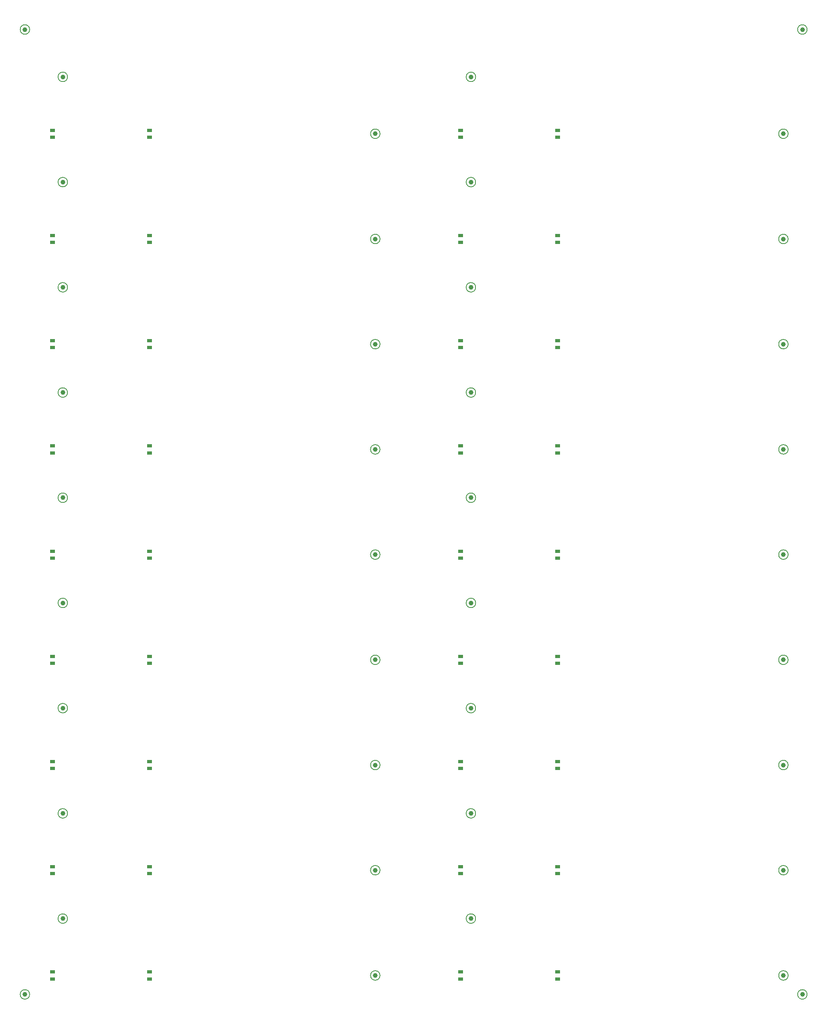
<source format=gbr>
%TF.GenerationSoftware,KiCad,Pcbnew,(5.99.0-11441-g1a5e63bcab)*%
%TF.CreationDate,2022-01-11T09:27:25+01:00*%
%TF.ProjectId,Slider_potentiometer,536c6964-6572-45f7-906f-74656e74696f,V1.1.1.*%
%TF.SameCoordinates,PX5f5e100PYe5d5e40*%
%TF.FileFunction,Paste,Top*%
%TF.FilePolarity,Positive*%
%FSLAX46Y46*%
G04 Gerber Fmt 4.6, Leading zero omitted, Abs format (unit mm)*
G04 Created by KiCad (PCBNEW (5.99.0-11441-g1a5e63bcab)) date 2022-01-11 09:27:25*
%MOMM*%
%LPD*%
G01*
G04 APERTURE LIST*
%ADD10C,0.200000*%
%ADD11C,1.000000*%
%ADD12R,1.000000X0.660000*%
G04 APERTURE END LIST*
D10*
%TO.C,FD1*%
X5000000Y201600000D02*
G75*
G03*
X5000000Y201600000I-1000000J0D01*
G01*
X169200000Y201600000D02*
G75*
G03*
X169200000Y201600000I-1000000J0D01*
G01*
X169200000Y-2000000D02*
G75*
G03*
X169200000Y-2000000I-1000000J0D01*
G01*
X5000000Y-2000000D02*
G75*
G03*
X5000000Y-2000000I-1000000J0D01*
G01*
%TO.C,FD2*%
X165200000Y179600000D02*
G75*
G03*
X165200000Y179600000I-1000000J0D01*
G01*
%TO.C,FD1*%
X99200000Y191600000D02*
G75*
G03*
X99200000Y191600000I-1000000J0D01*
G01*
X13000000Y191600000D02*
G75*
G03*
X13000000Y191600000I-1000000J0D01*
G01*
%TO.C,FD2*%
X79000000Y179600000D02*
G75*
G03*
X79000000Y179600000I-1000000J0D01*
G01*
X165200000Y157400000D02*
G75*
G03*
X165200000Y157400000I-1000000J0D01*
G01*
%TO.C,FD1*%
X99200000Y169400000D02*
G75*
G03*
X99200000Y169400000I-1000000J0D01*
G01*
X13000000Y169400000D02*
G75*
G03*
X13000000Y169400000I-1000000J0D01*
G01*
%TO.C,FD2*%
X79000000Y157400000D02*
G75*
G03*
X79000000Y157400000I-1000000J0D01*
G01*
X165200000Y135200000D02*
G75*
G03*
X165200000Y135200000I-1000000J0D01*
G01*
%TO.C,FD1*%
X99200000Y147200000D02*
G75*
G03*
X99200000Y147200000I-1000000J0D01*
G01*
X13000000Y147200000D02*
G75*
G03*
X13000000Y147200000I-1000000J0D01*
G01*
%TO.C,FD2*%
X79000000Y135200000D02*
G75*
G03*
X79000000Y135200000I-1000000J0D01*
G01*
X165200000Y113000000D02*
G75*
G03*
X165200000Y113000000I-1000000J0D01*
G01*
%TO.C,FD1*%
X99200000Y125000000D02*
G75*
G03*
X99200000Y125000000I-1000000J0D01*
G01*
X13000000Y125000000D02*
G75*
G03*
X13000000Y125000000I-1000000J0D01*
G01*
%TO.C,FD2*%
X79000000Y113000000D02*
G75*
G03*
X79000000Y113000000I-1000000J0D01*
G01*
X165200000Y90800000D02*
G75*
G03*
X165200000Y90800000I-1000000J0D01*
G01*
%TO.C,FD1*%
X99200000Y102800000D02*
G75*
G03*
X99200000Y102800000I-1000000J0D01*
G01*
X13000000Y102800000D02*
G75*
G03*
X13000000Y102800000I-1000000J0D01*
G01*
%TO.C,FD2*%
X79000000Y90800000D02*
G75*
G03*
X79000000Y90800000I-1000000J0D01*
G01*
X165200000Y68600000D02*
G75*
G03*
X165200000Y68600000I-1000000J0D01*
G01*
%TO.C,FD1*%
X99200000Y80600000D02*
G75*
G03*
X99200000Y80600000I-1000000J0D01*
G01*
X13000000Y80600000D02*
G75*
G03*
X13000000Y80600000I-1000000J0D01*
G01*
%TO.C,FD2*%
X79000000Y68600000D02*
G75*
G03*
X79000000Y68600000I-1000000J0D01*
G01*
X165200000Y46400000D02*
G75*
G03*
X165200000Y46400000I-1000000J0D01*
G01*
%TO.C,FD1*%
X99200000Y58400000D02*
G75*
G03*
X99200000Y58400000I-1000000J0D01*
G01*
X13000000Y58400000D02*
G75*
G03*
X13000000Y58400000I-1000000J0D01*
G01*
%TO.C,FD2*%
X79000000Y46400000D02*
G75*
G03*
X79000000Y46400000I-1000000J0D01*
G01*
X165200000Y24200000D02*
G75*
G03*
X165200000Y24200000I-1000000J0D01*
G01*
%TO.C,FD1*%
X99200000Y36200000D02*
G75*
G03*
X99200000Y36200000I-1000000J0D01*
G01*
X13000000Y36200000D02*
G75*
G03*
X13000000Y36200000I-1000000J0D01*
G01*
%TO.C,FD2*%
X79000000Y24200000D02*
G75*
G03*
X79000000Y24200000I-1000000J0D01*
G01*
%TO.C,FD1*%
X99200000Y14000000D02*
G75*
G03*
X99200000Y14000000I-1000000J0D01*
G01*
%TO.C,FD2*%
X165200000Y2000000D02*
G75*
G03*
X165200000Y2000000I-1000000J0D01*
G01*
X79000000Y2000000D02*
G75*
G03*
X79000000Y2000000I-1000000J0D01*
G01*
%TO.C,FD1*%
X13000000Y14000000D02*
G75*
G03*
X13000000Y14000000I-1000000J0D01*
G01*
%TD*%
D11*
%TO.C,FD1*%
X4000000Y201600000D03*
%TD*%
%TO.C,FD1*%
X168200000Y201600000D03*
%TD*%
%TO.C,FD1*%
X168200000Y-2000000D03*
%TD*%
%TO.C,FD1*%
X4000000Y-2000000D03*
%TD*%
D12*
%TO.C,C2*%
X9810000Y178870000D03*
X9810000Y180330000D03*
%TD*%
%TO.C,C1*%
X116550000Y180330000D03*
X116550000Y178870000D03*
%TD*%
%TO.C,C2*%
X96010000Y178870000D03*
X96010000Y180330000D03*
%TD*%
D11*
%TO.C,FD2*%
X164200000Y179600000D03*
%TD*%
%TO.C,FD1*%
X98200000Y191600000D03*
%TD*%
%TO.C,FD1*%
X12000000Y191600000D03*
%TD*%
%TO.C,FD2*%
X78000000Y179600000D03*
%TD*%
D12*
%TO.C,C1*%
X30350000Y180330000D03*
X30350000Y178870000D03*
%TD*%
%TO.C,C2*%
X9810000Y156670000D03*
X9810000Y158130000D03*
%TD*%
%TO.C,C1*%
X116550000Y158130000D03*
X116550000Y156670000D03*
%TD*%
%TO.C,C2*%
X96010000Y156670000D03*
X96010000Y158130000D03*
%TD*%
D11*
%TO.C,FD2*%
X164200000Y157400000D03*
%TD*%
%TO.C,FD1*%
X98200000Y169400000D03*
%TD*%
%TO.C,FD1*%
X12000000Y169400000D03*
%TD*%
%TO.C,FD2*%
X78000000Y157400000D03*
%TD*%
D12*
%TO.C,C1*%
X30350000Y158130000D03*
X30350000Y156670000D03*
%TD*%
%TO.C,C2*%
X9810000Y134470000D03*
X9810000Y135930000D03*
%TD*%
%TO.C,C1*%
X116550000Y135930000D03*
X116550000Y134470000D03*
%TD*%
%TO.C,C2*%
X96010000Y134470000D03*
X96010000Y135930000D03*
%TD*%
D11*
%TO.C,FD2*%
X164200000Y135200000D03*
%TD*%
%TO.C,FD1*%
X98200000Y147200000D03*
%TD*%
%TO.C,FD1*%
X12000000Y147200000D03*
%TD*%
%TO.C,FD2*%
X78000000Y135200000D03*
%TD*%
D12*
%TO.C,C1*%
X30350000Y135930000D03*
X30350000Y134470000D03*
%TD*%
%TO.C,C2*%
X9810000Y112270000D03*
X9810000Y113730000D03*
%TD*%
%TO.C,C1*%
X116550000Y113730000D03*
X116550000Y112270000D03*
%TD*%
%TO.C,C2*%
X96010000Y112270000D03*
X96010000Y113730000D03*
%TD*%
D11*
%TO.C,FD2*%
X164200000Y113000000D03*
%TD*%
%TO.C,FD1*%
X98200000Y125000000D03*
%TD*%
%TO.C,FD1*%
X12000000Y125000000D03*
%TD*%
%TO.C,FD2*%
X78000000Y113000000D03*
%TD*%
D12*
%TO.C,C1*%
X30350000Y113730000D03*
X30350000Y112270000D03*
%TD*%
%TO.C,C2*%
X9810000Y90070000D03*
X9810000Y91530000D03*
%TD*%
%TO.C,C1*%
X116550000Y91530000D03*
X116550000Y90070000D03*
%TD*%
%TO.C,C2*%
X96010000Y90070000D03*
X96010000Y91530000D03*
%TD*%
D11*
%TO.C,FD2*%
X164200000Y90800000D03*
%TD*%
%TO.C,FD1*%
X98200000Y102800000D03*
%TD*%
%TO.C,FD1*%
X12000000Y102800000D03*
%TD*%
%TO.C,FD2*%
X78000000Y90800000D03*
%TD*%
D12*
%TO.C,C1*%
X30350000Y91530000D03*
X30350000Y90070000D03*
%TD*%
%TO.C,C2*%
X9810000Y67870000D03*
X9810000Y69330000D03*
%TD*%
%TO.C,C1*%
X116550000Y69330000D03*
X116550000Y67870000D03*
%TD*%
%TO.C,C2*%
X96010000Y67870000D03*
X96010000Y69330000D03*
%TD*%
D11*
%TO.C,FD2*%
X164200000Y68600000D03*
%TD*%
%TO.C,FD1*%
X98200000Y80600000D03*
%TD*%
%TO.C,FD1*%
X12000000Y80600000D03*
%TD*%
%TO.C,FD2*%
X78000000Y68600000D03*
%TD*%
D12*
%TO.C,C1*%
X30350000Y69330000D03*
X30350000Y67870000D03*
%TD*%
%TO.C,C2*%
X9810000Y45670000D03*
X9810000Y47130000D03*
%TD*%
%TO.C,C1*%
X116550000Y47130000D03*
X116550000Y45670000D03*
%TD*%
%TO.C,C2*%
X96010000Y45670000D03*
X96010000Y47130000D03*
%TD*%
D11*
%TO.C,FD2*%
X164200000Y46400000D03*
%TD*%
%TO.C,FD1*%
X98200000Y58400000D03*
%TD*%
%TO.C,FD1*%
X12000000Y58400000D03*
%TD*%
%TO.C,FD2*%
X78000000Y46400000D03*
%TD*%
D12*
%TO.C,C1*%
X30350000Y47130000D03*
X30350000Y45670000D03*
%TD*%
%TO.C,C2*%
X9810000Y23470000D03*
X9810000Y24930000D03*
%TD*%
%TO.C,C1*%
X116550000Y24930000D03*
X116550000Y23470000D03*
%TD*%
%TO.C,C2*%
X96010000Y23470000D03*
X96010000Y24930000D03*
%TD*%
D11*
%TO.C,FD2*%
X164200000Y24200000D03*
%TD*%
%TO.C,FD1*%
X98200000Y36200000D03*
%TD*%
%TO.C,FD1*%
X12000000Y36200000D03*
%TD*%
%TO.C,FD2*%
X78000000Y24200000D03*
%TD*%
D12*
%TO.C,C1*%
X30350000Y24930000D03*
X30350000Y23470000D03*
%TD*%
%TO.C,C2*%
X96010000Y1270000D03*
X96010000Y2730000D03*
%TD*%
D11*
%TO.C,FD1*%
X98200000Y14000000D03*
%TD*%
%TO.C,FD2*%
X164200000Y2000000D03*
%TD*%
D12*
%TO.C,C1*%
X116550000Y2730000D03*
X116550000Y1270000D03*
%TD*%
%TO.C,C2*%
X9810000Y1270000D03*
X9810000Y2730000D03*
%TD*%
D11*
%TO.C,FD2*%
X78000000Y2000000D03*
%TD*%
%TO.C,FD1*%
X12000000Y14000000D03*
%TD*%
D12*
%TO.C,C1*%
X30350000Y2730000D03*
X30350000Y1270000D03*
%TD*%
M02*

</source>
